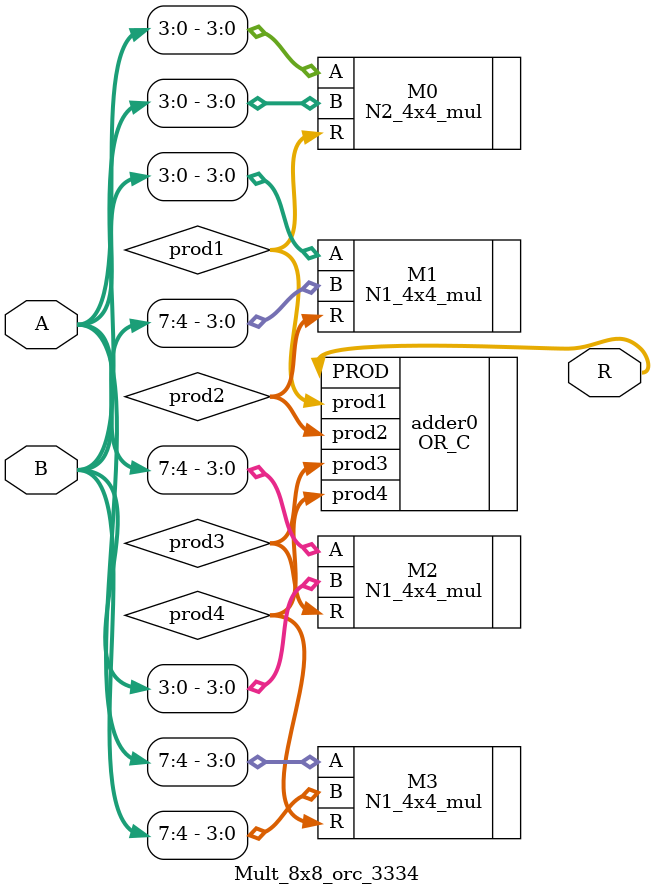
<source format=v>
module Mult_8x8_orc_3334(
input [7:0] A,
input [7:0] B,
output [15:0]R
);
wire [7:0]prod1;
wire [7:0]prod2;
wire [7:0]prod3;
wire [7:0]prod4;

N2_4x4_mul M0(.A(A[3:0]),.B(B[3:0]),.R(prod1));
N1_4x4_mul M1(.A(A[3:0]),.B(B[7:4]),.R(prod2));
N1_4x4_mul M2(.A(A[7:4]),.B(B[3:0]),.R(prod3));
N1_4x4_mul M3(.A(A[7:4]),.B(B[7:4]),.R(prod4));
OR_C adder0(.prod1(prod1),.prod2(prod2),.prod3(prod3),.prod4(prod4),.PROD(R));
endmodule

</source>
